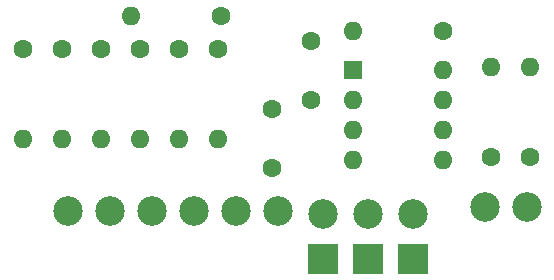
<source format=gbr>
G04 #@! TF.GenerationSoftware,KiCad,Pcbnew,(5.1.2-1)-1*
G04 #@! TF.CreationDate,2021-10-12T12:57:45-04:00*
G04 #@! TF.ProjectId,DCMixer - CGS04,44434d69-7865-4722-902d-204347533034,rev?*
G04 #@! TF.SameCoordinates,Original*
G04 #@! TF.FileFunction,Copper,L1,Top*
G04 #@! TF.FilePolarity,Positive*
%FSLAX46Y46*%
G04 Gerber Fmt 4.6, Leading zero omitted, Abs format (unit mm)*
G04 Created by KiCad (PCBNEW (5.1.2-1)-1) date 2021-10-12 12:57:45*
%MOMM*%
%LPD*%
G04 APERTURE LIST*
%ADD10C,1.600000*%
%ADD11R,2.499360X2.499360*%
%ADD12C,2.499360*%
%ADD13O,1.600000X1.600000*%
%ADD14R,1.600000X1.600000*%
G04 APERTURE END LIST*
D10*
X43170000Y-21740000D03*
X43170000Y-26740000D03*
X39878000Y-32432000D03*
X39878000Y-27432000D03*
D11*
X51816000Y-40132000D03*
D12*
X51816000Y-36322000D03*
X48006000Y-36322000D03*
D11*
X48006000Y-40132000D03*
X44196000Y-40132000D03*
D12*
X44196000Y-36322000D03*
X36830000Y-36068000D03*
X40386000Y-36068000D03*
X33274000Y-36068000D03*
X22606000Y-36068000D03*
X26162000Y-36068000D03*
X29718000Y-36068000D03*
X57912000Y-35731001D03*
X61468000Y-35731001D03*
D10*
X32004000Y-22352000D03*
D13*
X32004000Y-29972000D03*
X35306000Y-29972000D03*
D10*
X35306000Y-22352000D03*
X28702000Y-22352000D03*
D13*
X28702000Y-29972000D03*
X18796000Y-29972000D03*
D10*
X18796000Y-22352000D03*
X22098000Y-22352000D03*
D13*
X22098000Y-29972000D03*
X25400000Y-29972000D03*
D10*
X25400000Y-22352000D03*
X35560000Y-19558000D03*
D13*
X27940000Y-19558000D03*
X46736000Y-20828000D03*
D10*
X54356000Y-20828000D03*
X61722000Y-31496000D03*
D13*
X61722000Y-23876000D03*
X58420000Y-23876000D03*
D10*
X58420000Y-31496000D03*
D14*
X46736000Y-24130000D03*
D13*
X54356000Y-31750000D03*
X46736000Y-26670000D03*
X54356000Y-29210000D03*
X46736000Y-29210000D03*
X54356000Y-26670000D03*
X46736000Y-31750000D03*
X54356000Y-24130000D03*
M02*

</source>
